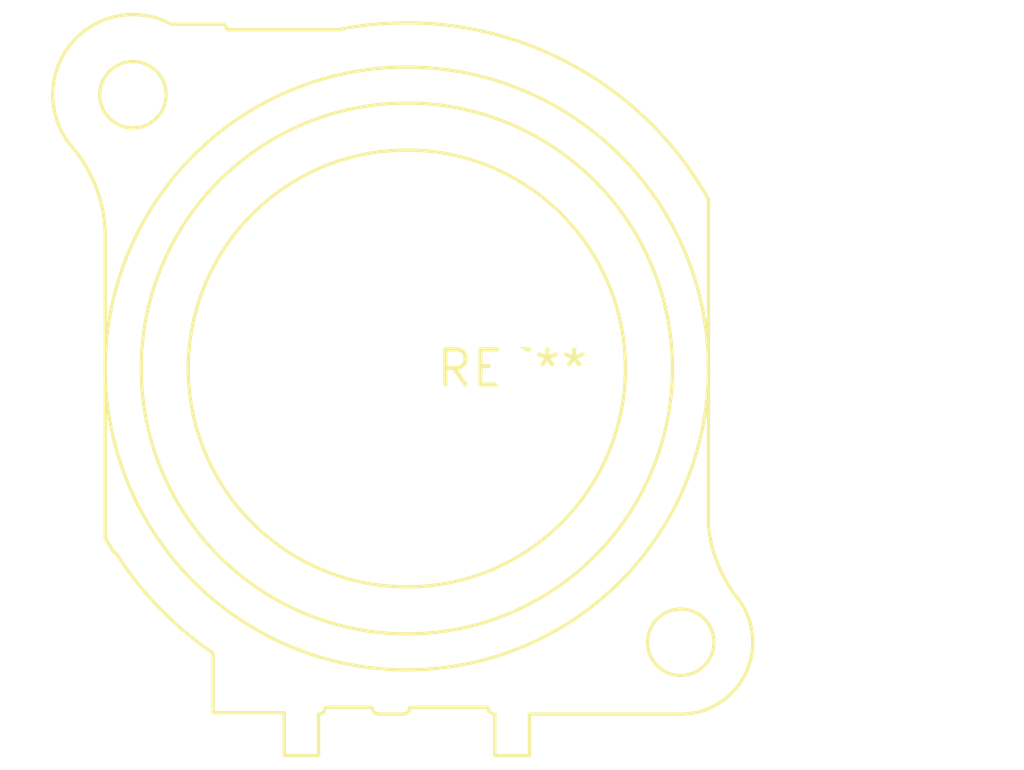
<source format=kicad_pcb>
(kicad_pcb (version 20240108) (generator pcbnew)
  (layers (0 "F.Cu" signal) (31 "B.Cu" signal) (34 "B.Paste" user) (35 "F.Paste" user) (36 "B.SilkS" user "B.Silkscreen") (37 "F.SilkS" user "F.Silkscreen") (38 "B.Mask" user) (39 "F.Mask" user) (44 "Edge.Cuts" user))
  (net 0 "")
  (footprint "Jack_XLR_Neutrik_NC3FBV1-B_Vertical" (layer "F.Cu") (at 0 0)
    (property "Reference" "REF**")
    (property "Value" "Jack_XLR_Neutrik_NC3FBV1-B_Vertical")
    (fp_line (start -14.71 -4.76) (end -14.71 6.12) (layer "F.SilkS") (stroke (width 0.12)))
    (fp_line (start -14.71 6.12) (end -14.43 6.6) (layer "F.SilkS") (stroke (width 0.12)))
    (fp_line (start -10.81 10.39) (end -10.81 12.45) (layer "F.SilkS") (stroke (width 0.12)))
    (fp_line (start -10.81 12.45) (end -8.24 12.45) (layer "F.SilkS") (stroke (width 0.12)))
    (fp_line (start -10.41 -12.45) (end -12.33 -12.45) (layer "F.SilkS") (stroke (width 0.12)))
    (fp_line (start -10.29 -12.25) (end -10.41 -12.45) (layer "F.SilkS") (stroke (width 0.12)))
    (fp_line (start -8.24 12.45) (end -8.24 14) (layer "F.SilkS") (stroke (width 0.12)))
    (fp_line (start -7 14) (end -8.24 14) (layer "F.SilkS") (stroke (width 0.12)))
    (fp_line (start -7 14) (end -7 12.5) (layer "F.SilkS") (stroke (width 0.12)))
    (fp_line (start -6.75 12.25) (end -5.07 12.25) (layer "F.SilkS") (stroke (width 0.12)))
    (fp_line (start -6.3 -12.25) (end -10.29 -12.25) (layer "F.SilkS") (stroke (width 0.12)))
    (fp_line (start -4.82 12.5) (end -3.95 12.5) (layer "F.SilkS") (stroke (width 0.12)))
    (fp_line (start -3.7 12.25) (end -0.88 12.25) (layer "F.SilkS") (stroke (width 0.12)))
    (fp_line (start -0.63 12.5) (end -0.63 14) (layer "F.SilkS") (stroke (width 0.12)))
    (fp_line (start 0.62 12.5) (end 6.09 12.5) (layer "F.SilkS") (stroke (width 0.12)))
    (fp_line (start 0.62 14) (end -0.63 14) (layer "F.SilkS") (stroke (width 0.12)))
    (fp_line (start 0.62 14) (end 0.62 12.5) (layer "F.SilkS") (stroke (width 0.12)))
    (fp_line (start 7.09 5.67) (end 7.09 -6.12) (layer "F.SilkS") (stroke (width 0.12)))
    (fp_arc (start -15.916051 -8.020379) (mid -15.021177 -6.498148) (end -14.71 -4.76) (layer "F.SilkS") (stroke (width 0.12)))
    (fp_arc (start -15.908884 -8.010077) (mid -15.967404 -11.719623) (end -12.33 -12.45) (layer "F.SilkS") (stroke (width 0.12)))
    (fp_arc (start -14.313753 6.685219) (mid -14.379716 6.653303) (end -14.43 6.6) (layer "F.SilkS") (stroke (width 0.12)))
    (fp_arc (start -10.879208 10.248532) (mid -12.772983 8.641241) (end -14.31 6.69) (layer "F.SilkS") (stroke (width 0.12)))
    (fp_arc (start -10.874359 10.252686) (mid -10.828679 10.315015) (end -10.81 10.39) (layer "F.SilkS") (stroke (width 0.12)))
    (fp_arc (start -6.75 12.25) (mid -6.823223 12.426777) (end -7 12.5) (layer "F.SilkS") (stroke (width 0.12)))
    (fp_arc (start -6.283571 -12.253402) (mid 1.401126 -11.362596) (end 7.09 -6.12) (layer "F.SilkS") (stroke (width 0.12)))
    (fp_arc (start -4.82 12.5) (mid -4.996777 12.426777) (end -5.07 12.25) (layer "F.SilkS") (stroke (width 0.12)))
    (fp_arc (start -3.7 12.25) (mid -3.773223 12.426777) (end -3.95 12.5) (layer "F.SilkS") (stroke (width 0.12)))
    (fp_arc (start -0.63 12.5) (mid -0.806777 12.426777) (end -0.88 12.25) (layer "F.SilkS") (stroke (width 0.12)))
    (fp_arc (start 8.110579 8.263767) (mid 8.436721 11.019329) (end 6.09 12.5) (layer "F.SilkS") (stroke (width 0.12)))
    (fp_arc (start 8.111727 8.266808) (mid 7.416073 7.041111) (end 7.09 5.67) (layer "F.SilkS") (stroke (width 0.12)))
    (fp_circle (center -13.71 -9.9) (end -12.51 -9.9) (layer "F.SilkS") (stroke (width 0.12)) (fill none))
    (fp_circle (center -3.81 0) (end 4.09 0) (layer "F.SilkS") (stroke (width 0.12)) (fill none))
    (fp_circle (center -3.81 0) (end 5.79 0) (layer "F.SilkS") (stroke (width 0.12)) (fill none))
    (fp_circle (center -3.81 0) (end 7.09 0) (layer "F.SilkS") (stroke (width 0.12)) (fill none))
    (fp_circle (center 6.09 9.9) (end 7.29 9.9) (layer "F.SilkS") (stroke (width 0.12)) (fill none))
    (pad "1" thru_hole circle (at 0 0) (size 3.4 3.4) (drill 1.6) (layers *.Cu *.Mask) (remove_unused_layers))
    (pad "2" thru_hole circle (at -7.62 0) (size 3.4 3.4) (drill 1.6) (layers *.Cu *.Mask) (remove_unused_layers))
    (pad "3" thru_hole circle (at -3.81 4.45) (size 2.9 2.9) (drill 1.2) (layers *.Cu *.Mask) (remove_unused_layers))
  )
)
</source>
